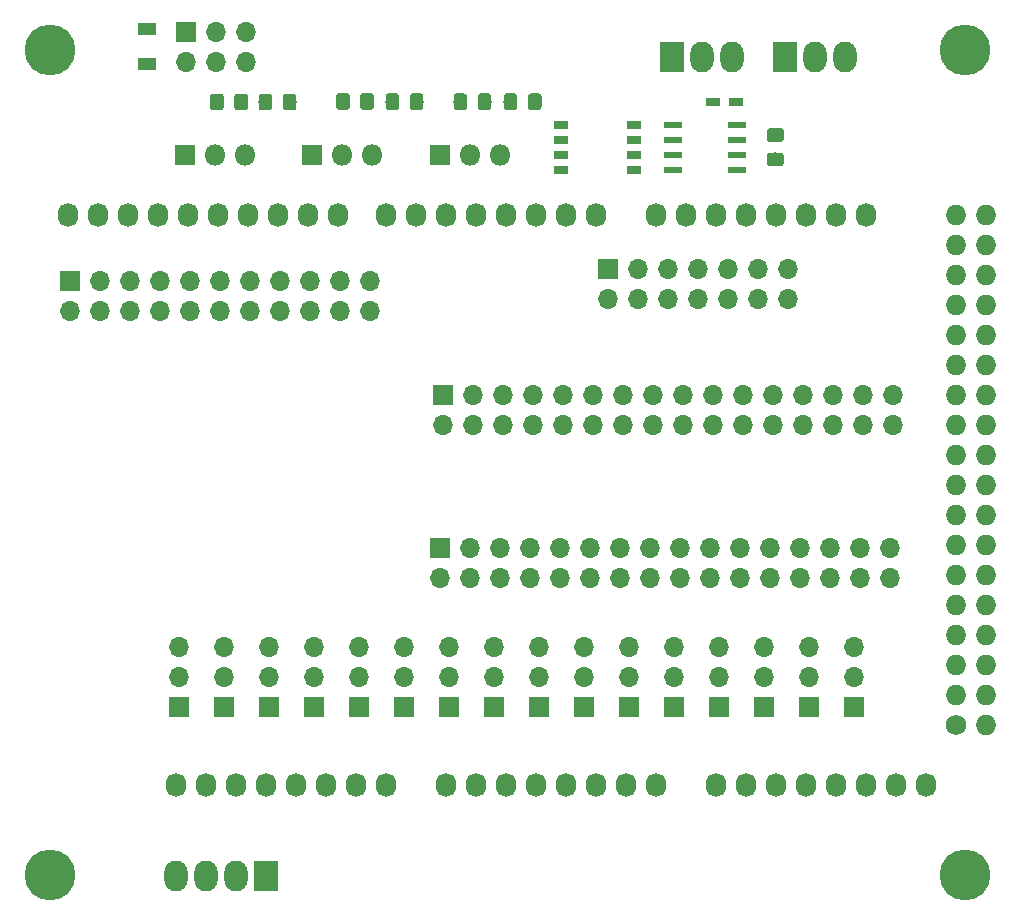
<source format=gts>
G04 #@! TF.GenerationSoftware,KiCad,Pcbnew,(5.0.0)*
G04 #@! TF.CreationDate,2018-10-06T14:26:38-07:00*
G04 #@! TF.ProjectId,MEGA IO,4D45474120494F2E6B696361645F7063,-*
G04 #@! TF.SameCoordinates,Original*
G04 #@! TF.FileFunction,Soldermask,Top*
G04 #@! TF.FilePolarity,Negative*
%FSLAX46Y46*%
G04 Gerber Fmt 4.6, Leading zero omitted, Abs format (unit mm)*
G04 Created by KiCad (PCBNEW (5.0.0)) date 10/06/18 14:26:38*
%MOMM*%
%LPD*%
G01*
G04 APERTURE LIST*
%ADD10R,2.000000X2.600000*%
%ADD11O,2.000000X2.600000*%
%ADD12R,1.200000X0.750000*%
%ADD13R,1.600000X1.000000*%
%ADD14R,1.700000X1.700000*%
%ADD15O,1.700000X1.700000*%
%ADD16C,4.300000*%
%ADD17R,1.550000X0.600000*%
%ADD18R,1.800000X1.800000*%
%ADD19O,1.800000X1.800000*%
%ADD20C,1.727200*%
%ADD21O,1.727200X1.727200*%
%ADD22O,1.727200X2.032000*%
%ADD23R,1.250000X0.760000*%
%ADD24C,0.100000*%
%ADD25C,1.150000*%
G04 APERTURE END LIST*
D10*
G04 #@! TO.C,J1*
X136398000Y-126873000D03*
D11*
X133858000Y-126873000D03*
X131318000Y-126873000D03*
X128778000Y-126873000D03*
G04 #@! TD*
D12*
G04 #@! TO.C,C1*
X176200000Y-61306000D03*
X174300000Y-61306000D03*
G04 #@! TD*
D13*
G04 #@! TO.C,D2*
X126365000Y-55118000D03*
X126365000Y-58118000D03*
G04 #@! TD*
D14*
G04 #@! TO.C,J23*
X129667000Y-55372000D03*
D15*
X129667000Y-57912000D03*
X132207000Y-55372000D03*
X132207000Y-57912000D03*
X134747000Y-55372000D03*
X134747000Y-57912000D03*
G04 #@! TD*
D16*
G04 #@! TO.C,MK1*
X118110000Y-126746000D03*
G04 #@! TD*
D17*
G04 #@! TO.C,U1*
X170900000Y-63306000D03*
X170900000Y-64576000D03*
X170900000Y-65846000D03*
X170900000Y-67116000D03*
X176300000Y-67116000D03*
X176300000Y-65846000D03*
X176300000Y-64576000D03*
X176300000Y-63306000D03*
G04 #@! TD*
D18*
G04 #@! TO.C,Q2*
X140335000Y-65786000D03*
D19*
X142875000Y-65786000D03*
X145415000Y-65786000D03*
G04 #@! TD*
D20*
G04 #@! TO.C,P1*
X194818000Y-114046000D03*
D21*
X197358000Y-114046000D03*
X194818000Y-111506000D03*
X197358000Y-111506000D03*
X194818000Y-108966000D03*
X197358000Y-108966000D03*
X194818000Y-106426000D03*
X197358000Y-106426000D03*
X194818000Y-103886000D03*
X197358000Y-103886000D03*
X194818000Y-101346000D03*
X197358000Y-101346000D03*
X194818000Y-98806000D03*
X197358000Y-98806000D03*
X194818000Y-96266000D03*
X197358000Y-96266000D03*
X194818000Y-93726000D03*
X197358000Y-93726000D03*
X194818000Y-91186000D03*
X197358000Y-91186000D03*
X194818000Y-88646000D03*
X197358000Y-88646000D03*
X194818000Y-86106000D03*
X197358000Y-86106000D03*
X194818000Y-83566000D03*
X197358000Y-83566000D03*
X194818000Y-81026000D03*
X197358000Y-81026000D03*
X194818000Y-78486000D03*
X197358000Y-78486000D03*
X194818000Y-75946000D03*
X197358000Y-75946000D03*
X194818000Y-73406000D03*
X197358000Y-73406000D03*
X194818000Y-70866000D03*
X197358000Y-70866000D03*
G04 #@! TD*
D22*
G04 #@! TO.C,P2*
X128778000Y-119126000D03*
X131318000Y-119126000D03*
X133858000Y-119126000D03*
X136398000Y-119126000D03*
X138938000Y-119126000D03*
X141478000Y-119126000D03*
X144018000Y-119126000D03*
X146558000Y-119126000D03*
G04 #@! TD*
G04 #@! TO.C,P3*
X151638000Y-119126000D03*
X154178000Y-119126000D03*
X156718000Y-119126000D03*
X159258000Y-119126000D03*
X161798000Y-119126000D03*
X164338000Y-119126000D03*
X166878000Y-119126000D03*
X169418000Y-119126000D03*
G04 #@! TD*
G04 #@! TO.C,P4*
X174498000Y-119126000D03*
X177038000Y-119126000D03*
X179578000Y-119126000D03*
X182118000Y-119126000D03*
X184658000Y-119126000D03*
X187198000Y-119126000D03*
X189738000Y-119126000D03*
X192278000Y-119126000D03*
G04 #@! TD*
G04 #@! TO.C,P5*
X119634000Y-70866000D03*
X122174000Y-70866000D03*
X124714000Y-70866000D03*
X127254000Y-70866000D03*
X129794000Y-70866000D03*
X132334000Y-70866000D03*
X134874000Y-70866000D03*
X137414000Y-70866000D03*
X139954000Y-70866000D03*
X142494000Y-70866000D03*
G04 #@! TD*
G04 #@! TO.C,P6*
X146558000Y-70866000D03*
X149098000Y-70866000D03*
X151638000Y-70866000D03*
X154178000Y-70866000D03*
X156718000Y-70866000D03*
X159258000Y-70866000D03*
X161798000Y-70866000D03*
X164338000Y-70866000D03*
G04 #@! TD*
G04 #@! TO.C,P7*
X169418000Y-70866000D03*
X171958000Y-70866000D03*
X174498000Y-70866000D03*
X177038000Y-70866000D03*
X179578000Y-70866000D03*
X182118000Y-70866000D03*
X184658000Y-70866000D03*
X187198000Y-70866000D03*
G04 #@! TD*
D10*
G04 #@! TO.C,J2*
X170815000Y-57531000D03*
D11*
X173355000Y-57531000D03*
X175895000Y-57531000D03*
G04 #@! TD*
D10*
G04 #@! TO.C,J3*
X180340000Y-57531000D03*
D11*
X182880000Y-57531000D03*
X185420000Y-57531000D03*
G04 #@! TD*
D16*
G04 #@! TO.C,MK2*
X195580000Y-126746000D03*
G04 #@! TD*
G04 #@! TO.C,MK3*
X118110000Y-56896000D03*
G04 #@! TD*
G04 #@! TO.C,MK4*
X195580000Y-56896000D03*
G04 #@! TD*
D18*
G04 #@! TO.C,Q1*
X129540000Y-65786000D03*
D19*
X132080000Y-65786000D03*
X134620000Y-65786000D03*
G04 #@! TD*
D18*
G04 #@! TO.C,Q3*
X151130000Y-65786000D03*
D19*
X153670000Y-65786000D03*
X156210000Y-65786000D03*
G04 #@! TD*
D23*
G04 #@! TO.C,SW1*
X167540000Y-67056000D03*
X161390000Y-63246000D03*
X167540000Y-65786000D03*
X161390000Y-64516000D03*
X167540000Y-64516000D03*
X161390000Y-65786000D03*
X167540000Y-63246000D03*
X161390000Y-67056000D03*
G04 #@! TD*
D14*
G04 #@! TO.C,J4*
X119840000Y-76470000D03*
D15*
X119840000Y-79010000D03*
X122380000Y-76470000D03*
X122380000Y-79010000D03*
X124920000Y-76470000D03*
X124920000Y-79010000D03*
X127460000Y-76470000D03*
X127460000Y-79010000D03*
X130000000Y-76470000D03*
X130000000Y-79010000D03*
X132540000Y-76470000D03*
X132540000Y-79010000D03*
X135080000Y-76470000D03*
X135080000Y-79010000D03*
X137620000Y-76470000D03*
X137620000Y-79010000D03*
X140160000Y-76470000D03*
X140160000Y-79010000D03*
X142700000Y-76470000D03*
X142700000Y-79010000D03*
X145240000Y-76470000D03*
X145240000Y-79010000D03*
G04 #@! TD*
D14*
G04 #@! TO.C,J5*
X151384000Y-86106000D03*
D15*
X151384000Y-88646000D03*
X153924000Y-86106000D03*
X153924000Y-88646000D03*
X156464000Y-86106000D03*
X156464000Y-88646000D03*
X159004000Y-86106000D03*
X159004000Y-88646000D03*
X161544000Y-86106000D03*
X161544000Y-88646000D03*
X164084000Y-86106000D03*
X164084000Y-88646000D03*
X166624000Y-86106000D03*
X166624000Y-88646000D03*
X169164000Y-86106000D03*
X169164000Y-88646000D03*
X171704000Y-86106000D03*
X171704000Y-88646000D03*
X174244000Y-86106000D03*
X174244000Y-88646000D03*
X176784000Y-86106000D03*
X176784000Y-88646000D03*
X179324000Y-86106000D03*
X179324000Y-88646000D03*
X181864000Y-86106000D03*
X181864000Y-88646000D03*
X184404000Y-86106000D03*
X184404000Y-88646000D03*
X186944000Y-86106000D03*
X186944000Y-88646000D03*
X189484000Y-86106000D03*
X189484000Y-88646000D03*
G04 #@! TD*
D14*
G04 #@! TO.C,J6*
X151130000Y-99060000D03*
D15*
X151130000Y-101600000D03*
X153670000Y-99060000D03*
X153670000Y-101600000D03*
X156210000Y-99060000D03*
X156210000Y-101600000D03*
X158750000Y-99060000D03*
X158750000Y-101600000D03*
X161290000Y-99060000D03*
X161290000Y-101600000D03*
X163830000Y-99060000D03*
X163830000Y-101600000D03*
X166370000Y-99060000D03*
X166370000Y-101600000D03*
X168910000Y-99060000D03*
X168910000Y-101600000D03*
X171450000Y-99060000D03*
X171450000Y-101600000D03*
X173990000Y-99060000D03*
X173990000Y-101600000D03*
X176530000Y-99060000D03*
X176530000Y-101600000D03*
X179070000Y-99060000D03*
X179070000Y-101600000D03*
X181610000Y-99060000D03*
X181610000Y-101600000D03*
X184150000Y-99060000D03*
X184150000Y-101600000D03*
X186690000Y-99060000D03*
X186690000Y-101600000D03*
X189230000Y-99060000D03*
X189230000Y-101600000D03*
G04 #@! TD*
D14*
G04 #@! TO.C,J7*
X129032000Y-112522000D03*
D15*
X129032000Y-109982000D03*
X129032000Y-107442000D03*
G04 #@! TD*
D14*
G04 #@! TO.C,J8*
X132842000Y-112522000D03*
D15*
X132842000Y-109982000D03*
X132842000Y-107442000D03*
G04 #@! TD*
D14*
G04 #@! TO.C,J9*
X136652000Y-112522000D03*
D15*
X136652000Y-109982000D03*
X136652000Y-107442000D03*
G04 #@! TD*
D14*
G04 #@! TO.C,J10*
X140462000Y-112522000D03*
D15*
X140462000Y-109982000D03*
X140462000Y-107442000D03*
G04 #@! TD*
D14*
G04 #@! TO.C,J11*
X144272000Y-112522000D03*
D15*
X144272000Y-109982000D03*
X144272000Y-107442000D03*
G04 #@! TD*
D14*
G04 #@! TO.C,J12*
X148082000Y-112522000D03*
D15*
X148082000Y-109982000D03*
X148082000Y-107442000D03*
G04 #@! TD*
D14*
G04 #@! TO.C,J13*
X151892000Y-112522000D03*
D15*
X151892000Y-109982000D03*
X151892000Y-107442000D03*
G04 #@! TD*
D14*
G04 #@! TO.C,J14*
X155702000Y-112522000D03*
D15*
X155702000Y-109982000D03*
X155702000Y-107442000D03*
G04 #@! TD*
D14*
G04 #@! TO.C,J15*
X159512000Y-112522000D03*
D15*
X159512000Y-109982000D03*
X159512000Y-107442000D03*
G04 #@! TD*
D14*
G04 #@! TO.C,J16*
X163322000Y-112522000D03*
D15*
X163322000Y-109982000D03*
X163322000Y-107442000D03*
G04 #@! TD*
D14*
G04 #@! TO.C,J17*
X167132000Y-112522000D03*
D15*
X167132000Y-109982000D03*
X167132000Y-107442000D03*
G04 #@! TD*
D14*
G04 #@! TO.C,J18*
X170942000Y-112522000D03*
D15*
X170942000Y-109982000D03*
X170942000Y-107442000D03*
G04 #@! TD*
D14*
G04 #@! TO.C,J19*
X174752000Y-112522000D03*
D15*
X174752000Y-109982000D03*
X174752000Y-107442000D03*
G04 #@! TD*
D14*
G04 #@! TO.C,J20*
X178562000Y-112522000D03*
D15*
X178562000Y-109982000D03*
X178562000Y-107442000D03*
G04 #@! TD*
D14*
G04 #@! TO.C,J21*
X182372000Y-112522000D03*
D15*
X182372000Y-109982000D03*
X182372000Y-107442000D03*
G04 #@! TD*
D14*
G04 #@! TO.C,J22*
X186182000Y-112522000D03*
D15*
X186182000Y-109982000D03*
X186182000Y-107442000D03*
G04 #@! TD*
D14*
G04 #@! TO.C,J24*
X165354000Y-75438000D03*
D15*
X165354000Y-77978000D03*
X167894000Y-75438000D03*
X167894000Y-77978000D03*
X170434000Y-75438000D03*
X170434000Y-77978000D03*
X172974000Y-75438000D03*
X172974000Y-77978000D03*
X175514000Y-75438000D03*
X175514000Y-77978000D03*
X178054000Y-75438000D03*
X178054000Y-77978000D03*
X180594000Y-75438000D03*
X180594000Y-77978000D03*
G04 #@! TD*
D24*
G04 #@! TO.C,R1*
G36*
X180024505Y-63557204D02*
X180048773Y-63560804D01*
X180072572Y-63566765D01*
X180095671Y-63575030D01*
X180117850Y-63585520D01*
X180138893Y-63598132D01*
X180158599Y-63612747D01*
X180176777Y-63629223D01*
X180193253Y-63647401D01*
X180207868Y-63667107D01*
X180220480Y-63688150D01*
X180230970Y-63710329D01*
X180239235Y-63733428D01*
X180245196Y-63757227D01*
X180248796Y-63781495D01*
X180250000Y-63805999D01*
X180250000Y-64456001D01*
X180248796Y-64480505D01*
X180245196Y-64504773D01*
X180239235Y-64528572D01*
X180230970Y-64551671D01*
X180220480Y-64573850D01*
X180207868Y-64594893D01*
X180193253Y-64614599D01*
X180176777Y-64632777D01*
X180158599Y-64649253D01*
X180138893Y-64663868D01*
X180117850Y-64676480D01*
X180095671Y-64686970D01*
X180072572Y-64695235D01*
X180048773Y-64701196D01*
X180024505Y-64704796D01*
X180000001Y-64706000D01*
X179099999Y-64706000D01*
X179075495Y-64704796D01*
X179051227Y-64701196D01*
X179027428Y-64695235D01*
X179004329Y-64686970D01*
X178982150Y-64676480D01*
X178961107Y-64663868D01*
X178941401Y-64649253D01*
X178923223Y-64632777D01*
X178906747Y-64614599D01*
X178892132Y-64594893D01*
X178879520Y-64573850D01*
X178869030Y-64551671D01*
X178860765Y-64528572D01*
X178854804Y-64504773D01*
X178851204Y-64480505D01*
X178850000Y-64456001D01*
X178850000Y-63805999D01*
X178851204Y-63781495D01*
X178854804Y-63757227D01*
X178860765Y-63733428D01*
X178869030Y-63710329D01*
X178879520Y-63688150D01*
X178892132Y-63667107D01*
X178906747Y-63647401D01*
X178923223Y-63629223D01*
X178941401Y-63612747D01*
X178961107Y-63598132D01*
X178982150Y-63585520D01*
X179004329Y-63575030D01*
X179027428Y-63566765D01*
X179051227Y-63560804D01*
X179075495Y-63557204D01*
X179099999Y-63556000D01*
X180000001Y-63556000D01*
X180024505Y-63557204D01*
X180024505Y-63557204D01*
G37*
D25*
X179550000Y-64131000D03*
D24*
G36*
X180024505Y-65607204D02*
X180048773Y-65610804D01*
X180072572Y-65616765D01*
X180095671Y-65625030D01*
X180117850Y-65635520D01*
X180138893Y-65648132D01*
X180158599Y-65662747D01*
X180176777Y-65679223D01*
X180193253Y-65697401D01*
X180207868Y-65717107D01*
X180220480Y-65738150D01*
X180230970Y-65760329D01*
X180239235Y-65783428D01*
X180245196Y-65807227D01*
X180248796Y-65831495D01*
X180250000Y-65855999D01*
X180250000Y-66506001D01*
X180248796Y-66530505D01*
X180245196Y-66554773D01*
X180239235Y-66578572D01*
X180230970Y-66601671D01*
X180220480Y-66623850D01*
X180207868Y-66644893D01*
X180193253Y-66664599D01*
X180176777Y-66682777D01*
X180158599Y-66699253D01*
X180138893Y-66713868D01*
X180117850Y-66726480D01*
X180095671Y-66736970D01*
X180072572Y-66745235D01*
X180048773Y-66751196D01*
X180024505Y-66754796D01*
X180000001Y-66756000D01*
X179099999Y-66756000D01*
X179075495Y-66754796D01*
X179051227Y-66751196D01*
X179027428Y-66745235D01*
X179004329Y-66736970D01*
X178982150Y-66726480D01*
X178961107Y-66713868D01*
X178941401Y-66699253D01*
X178923223Y-66682777D01*
X178906747Y-66664599D01*
X178892132Y-66644893D01*
X178879520Y-66623850D01*
X178869030Y-66601671D01*
X178860765Y-66578572D01*
X178854804Y-66554773D01*
X178851204Y-66530505D01*
X178850000Y-66506001D01*
X178850000Y-65855999D01*
X178851204Y-65831495D01*
X178854804Y-65807227D01*
X178860765Y-65783428D01*
X178869030Y-65760329D01*
X178879520Y-65738150D01*
X178892132Y-65717107D01*
X178906747Y-65697401D01*
X178923223Y-65679223D01*
X178941401Y-65662747D01*
X178961107Y-65648132D01*
X178982150Y-65635520D01*
X179004329Y-65625030D01*
X179027428Y-65616765D01*
X179051227Y-65610804D01*
X179075495Y-65607204D01*
X179099999Y-65606000D01*
X180000001Y-65606000D01*
X180024505Y-65607204D01*
X180024505Y-65607204D01*
G37*
D25*
X179550000Y-66181000D03*
G04 #@! TD*
D24*
G04 #@! TO.C,R2*
G36*
X132615650Y-60634521D02*
X132639918Y-60638121D01*
X132663717Y-60644082D01*
X132686816Y-60652347D01*
X132708995Y-60662837D01*
X132730038Y-60675449D01*
X132749744Y-60690064D01*
X132767922Y-60706540D01*
X132784398Y-60724718D01*
X132799013Y-60744424D01*
X132811625Y-60765467D01*
X132822115Y-60787646D01*
X132830380Y-60810745D01*
X132836341Y-60834544D01*
X132839941Y-60858812D01*
X132841145Y-60883316D01*
X132841145Y-61783318D01*
X132839941Y-61807822D01*
X132836341Y-61832090D01*
X132830380Y-61855889D01*
X132822115Y-61878988D01*
X132811625Y-61901167D01*
X132799013Y-61922210D01*
X132784398Y-61941916D01*
X132767922Y-61960094D01*
X132749744Y-61976570D01*
X132730038Y-61991185D01*
X132708995Y-62003797D01*
X132686816Y-62014287D01*
X132663717Y-62022552D01*
X132639918Y-62028513D01*
X132615650Y-62032113D01*
X132591146Y-62033317D01*
X131941144Y-62033317D01*
X131916640Y-62032113D01*
X131892372Y-62028513D01*
X131868573Y-62022552D01*
X131845474Y-62014287D01*
X131823295Y-62003797D01*
X131802252Y-61991185D01*
X131782546Y-61976570D01*
X131764368Y-61960094D01*
X131747892Y-61941916D01*
X131733277Y-61922210D01*
X131720665Y-61901167D01*
X131710175Y-61878988D01*
X131701910Y-61855889D01*
X131695949Y-61832090D01*
X131692349Y-61807822D01*
X131691145Y-61783318D01*
X131691145Y-60883316D01*
X131692349Y-60858812D01*
X131695949Y-60834544D01*
X131701910Y-60810745D01*
X131710175Y-60787646D01*
X131720665Y-60765467D01*
X131733277Y-60744424D01*
X131747892Y-60724718D01*
X131764368Y-60706540D01*
X131782546Y-60690064D01*
X131802252Y-60675449D01*
X131823295Y-60662837D01*
X131845474Y-60652347D01*
X131868573Y-60644082D01*
X131892372Y-60638121D01*
X131916640Y-60634521D01*
X131941144Y-60633317D01*
X132591146Y-60633317D01*
X132615650Y-60634521D01*
X132615650Y-60634521D01*
G37*
D25*
X132266145Y-61333317D03*
D24*
G36*
X134665650Y-60634521D02*
X134689918Y-60638121D01*
X134713717Y-60644082D01*
X134736816Y-60652347D01*
X134758995Y-60662837D01*
X134780038Y-60675449D01*
X134799744Y-60690064D01*
X134817922Y-60706540D01*
X134834398Y-60724718D01*
X134849013Y-60744424D01*
X134861625Y-60765467D01*
X134872115Y-60787646D01*
X134880380Y-60810745D01*
X134886341Y-60834544D01*
X134889941Y-60858812D01*
X134891145Y-60883316D01*
X134891145Y-61783318D01*
X134889941Y-61807822D01*
X134886341Y-61832090D01*
X134880380Y-61855889D01*
X134872115Y-61878988D01*
X134861625Y-61901167D01*
X134849013Y-61922210D01*
X134834398Y-61941916D01*
X134817922Y-61960094D01*
X134799744Y-61976570D01*
X134780038Y-61991185D01*
X134758995Y-62003797D01*
X134736816Y-62014287D01*
X134713717Y-62022552D01*
X134689918Y-62028513D01*
X134665650Y-62032113D01*
X134641146Y-62033317D01*
X133991144Y-62033317D01*
X133966640Y-62032113D01*
X133942372Y-62028513D01*
X133918573Y-62022552D01*
X133895474Y-62014287D01*
X133873295Y-62003797D01*
X133852252Y-61991185D01*
X133832546Y-61976570D01*
X133814368Y-61960094D01*
X133797892Y-61941916D01*
X133783277Y-61922210D01*
X133770665Y-61901167D01*
X133760175Y-61878988D01*
X133751910Y-61855889D01*
X133745949Y-61832090D01*
X133742349Y-61807822D01*
X133741145Y-61783318D01*
X133741145Y-60883316D01*
X133742349Y-60858812D01*
X133745949Y-60834544D01*
X133751910Y-60810745D01*
X133760175Y-60787646D01*
X133770665Y-60765467D01*
X133783277Y-60744424D01*
X133797892Y-60724718D01*
X133814368Y-60706540D01*
X133832546Y-60690064D01*
X133852252Y-60675449D01*
X133873295Y-60662837D01*
X133895474Y-60652347D01*
X133918573Y-60644082D01*
X133942372Y-60638121D01*
X133966640Y-60634521D01*
X133991144Y-60633317D01*
X134641146Y-60633317D01*
X134665650Y-60634521D01*
X134665650Y-60634521D01*
G37*
D25*
X134316145Y-61333317D03*
G04 #@! TD*
D24*
G04 #@! TO.C,R3*
G36*
X138774505Y-60634521D02*
X138798773Y-60638121D01*
X138822572Y-60644082D01*
X138845671Y-60652347D01*
X138867850Y-60662837D01*
X138888893Y-60675449D01*
X138908599Y-60690064D01*
X138926777Y-60706540D01*
X138943253Y-60724718D01*
X138957868Y-60744424D01*
X138970480Y-60765467D01*
X138980970Y-60787646D01*
X138989235Y-60810745D01*
X138995196Y-60834544D01*
X138998796Y-60858812D01*
X139000000Y-60883316D01*
X139000000Y-61783318D01*
X138998796Y-61807822D01*
X138995196Y-61832090D01*
X138989235Y-61855889D01*
X138980970Y-61878988D01*
X138970480Y-61901167D01*
X138957868Y-61922210D01*
X138943253Y-61941916D01*
X138926777Y-61960094D01*
X138908599Y-61976570D01*
X138888893Y-61991185D01*
X138867850Y-62003797D01*
X138845671Y-62014287D01*
X138822572Y-62022552D01*
X138798773Y-62028513D01*
X138774505Y-62032113D01*
X138750001Y-62033317D01*
X138099999Y-62033317D01*
X138075495Y-62032113D01*
X138051227Y-62028513D01*
X138027428Y-62022552D01*
X138004329Y-62014287D01*
X137982150Y-62003797D01*
X137961107Y-61991185D01*
X137941401Y-61976570D01*
X137923223Y-61960094D01*
X137906747Y-61941916D01*
X137892132Y-61922210D01*
X137879520Y-61901167D01*
X137869030Y-61878988D01*
X137860765Y-61855889D01*
X137854804Y-61832090D01*
X137851204Y-61807822D01*
X137850000Y-61783318D01*
X137850000Y-60883316D01*
X137851204Y-60858812D01*
X137854804Y-60834544D01*
X137860765Y-60810745D01*
X137869030Y-60787646D01*
X137879520Y-60765467D01*
X137892132Y-60744424D01*
X137906747Y-60724718D01*
X137923223Y-60706540D01*
X137941401Y-60690064D01*
X137961107Y-60675449D01*
X137982150Y-60662837D01*
X138004329Y-60652347D01*
X138027428Y-60644082D01*
X138051227Y-60638121D01*
X138075495Y-60634521D01*
X138099999Y-60633317D01*
X138750001Y-60633317D01*
X138774505Y-60634521D01*
X138774505Y-60634521D01*
G37*
D25*
X138425000Y-61333317D03*
D24*
G36*
X136724505Y-60634521D02*
X136748773Y-60638121D01*
X136772572Y-60644082D01*
X136795671Y-60652347D01*
X136817850Y-60662837D01*
X136838893Y-60675449D01*
X136858599Y-60690064D01*
X136876777Y-60706540D01*
X136893253Y-60724718D01*
X136907868Y-60744424D01*
X136920480Y-60765467D01*
X136930970Y-60787646D01*
X136939235Y-60810745D01*
X136945196Y-60834544D01*
X136948796Y-60858812D01*
X136950000Y-60883316D01*
X136950000Y-61783318D01*
X136948796Y-61807822D01*
X136945196Y-61832090D01*
X136939235Y-61855889D01*
X136930970Y-61878988D01*
X136920480Y-61901167D01*
X136907868Y-61922210D01*
X136893253Y-61941916D01*
X136876777Y-61960094D01*
X136858599Y-61976570D01*
X136838893Y-61991185D01*
X136817850Y-62003797D01*
X136795671Y-62014287D01*
X136772572Y-62022552D01*
X136748773Y-62028513D01*
X136724505Y-62032113D01*
X136700001Y-62033317D01*
X136049999Y-62033317D01*
X136025495Y-62032113D01*
X136001227Y-62028513D01*
X135977428Y-62022552D01*
X135954329Y-62014287D01*
X135932150Y-62003797D01*
X135911107Y-61991185D01*
X135891401Y-61976570D01*
X135873223Y-61960094D01*
X135856747Y-61941916D01*
X135842132Y-61922210D01*
X135829520Y-61901167D01*
X135819030Y-61878988D01*
X135810765Y-61855889D01*
X135804804Y-61832090D01*
X135801204Y-61807822D01*
X135800000Y-61783318D01*
X135800000Y-60883316D01*
X135801204Y-60858812D01*
X135804804Y-60834544D01*
X135810765Y-60810745D01*
X135819030Y-60787646D01*
X135829520Y-60765467D01*
X135842132Y-60744424D01*
X135856747Y-60724718D01*
X135873223Y-60706540D01*
X135891401Y-60690064D01*
X135911107Y-60675449D01*
X135932150Y-60662837D01*
X135954329Y-60652347D01*
X135977428Y-60644082D01*
X136001227Y-60638121D01*
X136025495Y-60634521D01*
X136049999Y-60633317D01*
X136700001Y-60633317D01*
X136724505Y-60634521D01*
X136724505Y-60634521D01*
G37*
D25*
X136375000Y-61333317D03*
G04 #@! TD*
D24*
G04 #@! TO.C,R4*
G36*
X145332910Y-60588361D02*
X145357178Y-60591961D01*
X145380977Y-60597922D01*
X145404076Y-60606187D01*
X145426255Y-60616677D01*
X145447298Y-60629289D01*
X145467004Y-60643904D01*
X145485182Y-60660380D01*
X145501658Y-60678558D01*
X145516273Y-60698264D01*
X145528885Y-60719307D01*
X145539375Y-60741486D01*
X145547640Y-60764585D01*
X145553601Y-60788384D01*
X145557201Y-60812652D01*
X145558405Y-60837156D01*
X145558405Y-61737158D01*
X145557201Y-61761662D01*
X145553601Y-61785930D01*
X145547640Y-61809729D01*
X145539375Y-61832828D01*
X145528885Y-61855007D01*
X145516273Y-61876050D01*
X145501658Y-61895756D01*
X145485182Y-61913934D01*
X145467004Y-61930410D01*
X145447298Y-61945025D01*
X145426255Y-61957637D01*
X145404076Y-61968127D01*
X145380977Y-61976392D01*
X145357178Y-61982353D01*
X145332910Y-61985953D01*
X145308406Y-61987157D01*
X144658404Y-61987157D01*
X144633900Y-61985953D01*
X144609632Y-61982353D01*
X144585833Y-61976392D01*
X144562734Y-61968127D01*
X144540555Y-61957637D01*
X144519512Y-61945025D01*
X144499806Y-61930410D01*
X144481628Y-61913934D01*
X144465152Y-61895756D01*
X144450537Y-61876050D01*
X144437925Y-61855007D01*
X144427435Y-61832828D01*
X144419170Y-61809729D01*
X144413209Y-61785930D01*
X144409609Y-61761662D01*
X144408405Y-61737158D01*
X144408405Y-60837156D01*
X144409609Y-60812652D01*
X144413209Y-60788384D01*
X144419170Y-60764585D01*
X144427435Y-60741486D01*
X144437925Y-60719307D01*
X144450537Y-60698264D01*
X144465152Y-60678558D01*
X144481628Y-60660380D01*
X144499806Y-60643904D01*
X144519512Y-60629289D01*
X144540555Y-60616677D01*
X144562734Y-60606187D01*
X144585833Y-60597922D01*
X144609632Y-60591961D01*
X144633900Y-60588361D01*
X144658404Y-60587157D01*
X145308406Y-60587157D01*
X145332910Y-60588361D01*
X145332910Y-60588361D01*
G37*
D25*
X144983405Y-61287157D03*
D24*
G36*
X143282910Y-60588361D02*
X143307178Y-60591961D01*
X143330977Y-60597922D01*
X143354076Y-60606187D01*
X143376255Y-60616677D01*
X143397298Y-60629289D01*
X143417004Y-60643904D01*
X143435182Y-60660380D01*
X143451658Y-60678558D01*
X143466273Y-60698264D01*
X143478885Y-60719307D01*
X143489375Y-60741486D01*
X143497640Y-60764585D01*
X143503601Y-60788384D01*
X143507201Y-60812652D01*
X143508405Y-60837156D01*
X143508405Y-61737158D01*
X143507201Y-61761662D01*
X143503601Y-61785930D01*
X143497640Y-61809729D01*
X143489375Y-61832828D01*
X143478885Y-61855007D01*
X143466273Y-61876050D01*
X143451658Y-61895756D01*
X143435182Y-61913934D01*
X143417004Y-61930410D01*
X143397298Y-61945025D01*
X143376255Y-61957637D01*
X143354076Y-61968127D01*
X143330977Y-61976392D01*
X143307178Y-61982353D01*
X143282910Y-61985953D01*
X143258406Y-61987157D01*
X142608404Y-61987157D01*
X142583900Y-61985953D01*
X142559632Y-61982353D01*
X142535833Y-61976392D01*
X142512734Y-61968127D01*
X142490555Y-61957637D01*
X142469512Y-61945025D01*
X142449806Y-61930410D01*
X142431628Y-61913934D01*
X142415152Y-61895756D01*
X142400537Y-61876050D01*
X142387925Y-61855007D01*
X142377435Y-61832828D01*
X142369170Y-61809729D01*
X142363209Y-61785930D01*
X142359609Y-61761662D01*
X142358405Y-61737158D01*
X142358405Y-60837156D01*
X142359609Y-60812652D01*
X142363209Y-60788384D01*
X142369170Y-60764585D01*
X142377435Y-60741486D01*
X142387925Y-60719307D01*
X142400537Y-60698264D01*
X142415152Y-60678558D01*
X142431628Y-60660380D01*
X142449806Y-60643904D01*
X142469512Y-60629289D01*
X142490555Y-60616677D01*
X142512734Y-60606187D01*
X142535833Y-60597922D01*
X142559632Y-60591961D01*
X142583900Y-60588361D01*
X142608404Y-60587157D01*
X143258406Y-60587157D01*
X143282910Y-60588361D01*
X143282910Y-60588361D01*
G37*
D25*
X142933405Y-61287157D03*
G04 #@! TD*
D24*
G04 #@! TO.C,R5*
G36*
X147474505Y-60607204D02*
X147498773Y-60610804D01*
X147522572Y-60616765D01*
X147545671Y-60625030D01*
X147567850Y-60635520D01*
X147588893Y-60648132D01*
X147608599Y-60662747D01*
X147626777Y-60679223D01*
X147643253Y-60697401D01*
X147657868Y-60717107D01*
X147670480Y-60738150D01*
X147680970Y-60760329D01*
X147689235Y-60783428D01*
X147695196Y-60807227D01*
X147698796Y-60831495D01*
X147700000Y-60855999D01*
X147700000Y-61756001D01*
X147698796Y-61780505D01*
X147695196Y-61804773D01*
X147689235Y-61828572D01*
X147680970Y-61851671D01*
X147670480Y-61873850D01*
X147657868Y-61894893D01*
X147643253Y-61914599D01*
X147626777Y-61932777D01*
X147608599Y-61949253D01*
X147588893Y-61963868D01*
X147567850Y-61976480D01*
X147545671Y-61986970D01*
X147522572Y-61995235D01*
X147498773Y-62001196D01*
X147474505Y-62004796D01*
X147450001Y-62006000D01*
X146799999Y-62006000D01*
X146775495Y-62004796D01*
X146751227Y-62001196D01*
X146727428Y-61995235D01*
X146704329Y-61986970D01*
X146682150Y-61976480D01*
X146661107Y-61963868D01*
X146641401Y-61949253D01*
X146623223Y-61932777D01*
X146606747Y-61914599D01*
X146592132Y-61894893D01*
X146579520Y-61873850D01*
X146569030Y-61851671D01*
X146560765Y-61828572D01*
X146554804Y-61804773D01*
X146551204Y-61780505D01*
X146550000Y-61756001D01*
X146550000Y-60855999D01*
X146551204Y-60831495D01*
X146554804Y-60807227D01*
X146560765Y-60783428D01*
X146569030Y-60760329D01*
X146579520Y-60738150D01*
X146592132Y-60717107D01*
X146606747Y-60697401D01*
X146623223Y-60679223D01*
X146641401Y-60662747D01*
X146661107Y-60648132D01*
X146682150Y-60635520D01*
X146704329Y-60625030D01*
X146727428Y-60616765D01*
X146751227Y-60610804D01*
X146775495Y-60607204D01*
X146799999Y-60606000D01*
X147450001Y-60606000D01*
X147474505Y-60607204D01*
X147474505Y-60607204D01*
G37*
D25*
X147125000Y-61306000D03*
D24*
G36*
X149524505Y-60607204D02*
X149548773Y-60610804D01*
X149572572Y-60616765D01*
X149595671Y-60625030D01*
X149617850Y-60635520D01*
X149638893Y-60648132D01*
X149658599Y-60662747D01*
X149676777Y-60679223D01*
X149693253Y-60697401D01*
X149707868Y-60717107D01*
X149720480Y-60738150D01*
X149730970Y-60760329D01*
X149739235Y-60783428D01*
X149745196Y-60807227D01*
X149748796Y-60831495D01*
X149750000Y-60855999D01*
X149750000Y-61756001D01*
X149748796Y-61780505D01*
X149745196Y-61804773D01*
X149739235Y-61828572D01*
X149730970Y-61851671D01*
X149720480Y-61873850D01*
X149707868Y-61894893D01*
X149693253Y-61914599D01*
X149676777Y-61932777D01*
X149658599Y-61949253D01*
X149638893Y-61963868D01*
X149617850Y-61976480D01*
X149595671Y-61986970D01*
X149572572Y-61995235D01*
X149548773Y-62001196D01*
X149524505Y-62004796D01*
X149500001Y-62006000D01*
X148849999Y-62006000D01*
X148825495Y-62004796D01*
X148801227Y-62001196D01*
X148777428Y-61995235D01*
X148754329Y-61986970D01*
X148732150Y-61976480D01*
X148711107Y-61963868D01*
X148691401Y-61949253D01*
X148673223Y-61932777D01*
X148656747Y-61914599D01*
X148642132Y-61894893D01*
X148629520Y-61873850D01*
X148619030Y-61851671D01*
X148610765Y-61828572D01*
X148604804Y-61804773D01*
X148601204Y-61780505D01*
X148600000Y-61756001D01*
X148600000Y-60855999D01*
X148601204Y-60831495D01*
X148604804Y-60807227D01*
X148610765Y-60783428D01*
X148619030Y-60760329D01*
X148629520Y-60738150D01*
X148642132Y-60717107D01*
X148656747Y-60697401D01*
X148673223Y-60679223D01*
X148691401Y-60662747D01*
X148711107Y-60648132D01*
X148732150Y-60635520D01*
X148754329Y-60625030D01*
X148777428Y-60616765D01*
X148801227Y-60610804D01*
X148825495Y-60607204D01*
X148849999Y-60606000D01*
X149500001Y-60606000D01*
X149524505Y-60607204D01*
X149524505Y-60607204D01*
G37*
D25*
X149175000Y-61306000D03*
G04 #@! TD*
D24*
G04 #@! TO.C,R6*
G36*
X153224505Y-60607204D02*
X153248773Y-60610804D01*
X153272572Y-60616765D01*
X153295671Y-60625030D01*
X153317850Y-60635520D01*
X153338893Y-60648132D01*
X153358599Y-60662747D01*
X153376777Y-60679223D01*
X153393253Y-60697401D01*
X153407868Y-60717107D01*
X153420480Y-60738150D01*
X153430970Y-60760329D01*
X153439235Y-60783428D01*
X153445196Y-60807227D01*
X153448796Y-60831495D01*
X153450000Y-60855999D01*
X153450000Y-61756001D01*
X153448796Y-61780505D01*
X153445196Y-61804773D01*
X153439235Y-61828572D01*
X153430970Y-61851671D01*
X153420480Y-61873850D01*
X153407868Y-61894893D01*
X153393253Y-61914599D01*
X153376777Y-61932777D01*
X153358599Y-61949253D01*
X153338893Y-61963868D01*
X153317850Y-61976480D01*
X153295671Y-61986970D01*
X153272572Y-61995235D01*
X153248773Y-62001196D01*
X153224505Y-62004796D01*
X153200001Y-62006000D01*
X152549999Y-62006000D01*
X152525495Y-62004796D01*
X152501227Y-62001196D01*
X152477428Y-61995235D01*
X152454329Y-61986970D01*
X152432150Y-61976480D01*
X152411107Y-61963868D01*
X152391401Y-61949253D01*
X152373223Y-61932777D01*
X152356747Y-61914599D01*
X152342132Y-61894893D01*
X152329520Y-61873850D01*
X152319030Y-61851671D01*
X152310765Y-61828572D01*
X152304804Y-61804773D01*
X152301204Y-61780505D01*
X152300000Y-61756001D01*
X152300000Y-60855999D01*
X152301204Y-60831495D01*
X152304804Y-60807227D01*
X152310765Y-60783428D01*
X152319030Y-60760329D01*
X152329520Y-60738150D01*
X152342132Y-60717107D01*
X152356747Y-60697401D01*
X152373223Y-60679223D01*
X152391401Y-60662747D01*
X152411107Y-60648132D01*
X152432150Y-60635520D01*
X152454329Y-60625030D01*
X152477428Y-60616765D01*
X152501227Y-60610804D01*
X152525495Y-60607204D01*
X152549999Y-60606000D01*
X153200001Y-60606000D01*
X153224505Y-60607204D01*
X153224505Y-60607204D01*
G37*
D25*
X152875000Y-61306000D03*
D24*
G36*
X155274505Y-60607204D02*
X155298773Y-60610804D01*
X155322572Y-60616765D01*
X155345671Y-60625030D01*
X155367850Y-60635520D01*
X155388893Y-60648132D01*
X155408599Y-60662747D01*
X155426777Y-60679223D01*
X155443253Y-60697401D01*
X155457868Y-60717107D01*
X155470480Y-60738150D01*
X155480970Y-60760329D01*
X155489235Y-60783428D01*
X155495196Y-60807227D01*
X155498796Y-60831495D01*
X155500000Y-60855999D01*
X155500000Y-61756001D01*
X155498796Y-61780505D01*
X155495196Y-61804773D01*
X155489235Y-61828572D01*
X155480970Y-61851671D01*
X155470480Y-61873850D01*
X155457868Y-61894893D01*
X155443253Y-61914599D01*
X155426777Y-61932777D01*
X155408599Y-61949253D01*
X155388893Y-61963868D01*
X155367850Y-61976480D01*
X155345671Y-61986970D01*
X155322572Y-61995235D01*
X155298773Y-62001196D01*
X155274505Y-62004796D01*
X155250001Y-62006000D01*
X154599999Y-62006000D01*
X154575495Y-62004796D01*
X154551227Y-62001196D01*
X154527428Y-61995235D01*
X154504329Y-61986970D01*
X154482150Y-61976480D01*
X154461107Y-61963868D01*
X154441401Y-61949253D01*
X154423223Y-61932777D01*
X154406747Y-61914599D01*
X154392132Y-61894893D01*
X154379520Y-61873850D01*
X154369030Y-61851671D01*
X154360765Y-61828572D01*
X154354804Y-61804773D01*
X154351204Y-61780505D01*
X154350000Y-61756001D01*
X154350000Y-60855999D01*
X154351204Y-60831495D01*
X154354804Y-60807227D01*
X154360765Y-60783428D01*
X154369030Y-60760329D01*
X154379520Y-60738150D01*
X154392132Y-60717107D01*
X154406747Y-60697401D01*
X154423223Y-60679223D01*
X154441401Y-60662747D01*
X154461107Y-60648132D01*
X154482150Y-60635520D01*
X154504329Y-60625030D01*
X154527428Y-60616765D01*
X154551227Y-60610804D01*
X154575495Y-60607204D01*
X154599999Y-60606000D01*
X155250001Y-60606000D01*
X155274505Y-60607204D01*
X155274505Y-60607204D01*
G37*
D25*
X154925000Y-61306000D03*
G04 #@! TD*
D24*
G04 #@! TO.C,R7*
G36*
X159524505Y-60607204D02*
X159548773Y-60610804D01*
X159572572Y-60616765D01*
X159595671Y-60625030D01*
X159617850Y-60635520D01*
X159638893Y-60648132D01*
X159658599Y-60662747D01*
X159676777Y-60679223D01*
X159693253Y-60697401D01*
X159707868Y-60717107D01*
X159720480Y-60738150D01*
X159730970Y-60760329D01*
X159739235Y-60783428D01*
X159745196Y-60807227D01*
X159748796Y-60831495D01*
X159750000Y-60855999D01*
X159750000Y-61756001D01*
X159748796Y-61780505D01*
X159745196Y-61804773D01*
X159739235Y-61828572D01*
X159730970Y-61851671D01*
X159720480Y-61873850D01*
X159707868Y-61894893D01*
X159693253Y-61914599D01*
X159676777Y-61932777D01*
X159658599Y-61949253D01*
X159638893Y-61963868D01*
X159617850Y-61976480D01*
X159595671Y-61986970D01*
X159572572Y-61995235D01*
X159548773Y-62001196D01*
X159524505Y-62004796D01*
X159500001Y-62006000D01*
X158849999Y-62006000D01*
X158825495Y-62004796D01*
X158801227Y-62001196D01*
X158777428Y-61995235D01*
X158754329Y-61986970D01*
X158732150Y-61976480D01*
X158711107Y-61963868D01*
X158691401Y-61949253D01*
X158673223Y-61932777D01*
X158656747Y-61914599D01*
X158642132Y-61894893D01*
X158629520Y-61873850D01*
X158619030Y-61851671D01*
X158610765Y-61828572D01*
X158604804Y-61804773D01*
X158601204Y-61780505D01*
X158600000Y-61756001D01*
X158600000Y-60855999D01*
X158601204Y-60831495D01*
X158604804Y-60807227D01*
X158610765Y-60783428D01*
X158619030Y-60760329D01*
X158629520Y-60738150D01*
X158642132Y-60717107D01*
X158656747Y-60697401D01*
X158673223Y-60679223D01*
X158691401Y-60662747D01*
X158711107Y-60648132D01*
X158732150Y-60635520D01*
X158754329Y-60625030D01*
X158777428Y-60616765D01*
X158801227Y-60610804D01*
X158825495Y-60607204D01*
X158849999Y-60606000D01*
X159500001Y-60606000D01*
X159524505Y-60607204D01*
X159524505Y-60607204D01*
G37*
D25*
X159175000Y-61306000D03*
D24*
G36*
X157474505Y-60607204D02*
X157498773Y-60610804D01*
X157522572Y-60616765D01*
X157545671Y-60625030D01*
X157567850Y-60635520D01*
X157588893Y-60648132D01*
X157608599Y-60662747D01*
X157626777Y-60679223D01*
X157643253Y-60697401D01*
X157657868Y-60717107D01*
X157670480Y-60738150D01*
X157680970Y-60760329D01*
X157689235Y-60783428D01*
X157695196Y-60807227D01*
X157698796Y-60831495D01*
X157700000Y-60855999D01*
X157700000Y-61756001D01*
X157698796Y-61780505D01*
X157695196Y-61804773D01*
X157689235Y-61828572D01*
X157680970Y-61851671D01*
X157670480Y-61873850D01*
X157657868Y-61894893D01*
X157643253Y-61914599D01*
X157626777Y-61932777D01*
X157608599Y-61949253D01*
X157588893Y-61963868D01*
X157567850Y-61976480D01*
X157545671Y-61986970D01*
X157522572Y-61995235D01*
X157498773Y-62001196D01*
X157474505Y-62004796D01*
X157450001Y-62006000D01*
X156799999Y-62006000D01*
X156775495Y-62004796D01*
X156751227Y-62001196D01*
X156727428Y-61995235D01*
X156704329Y-61986970D01*
X156682150Y-61976480D01*
X156661107Y-61963868D01*
X156641401Y-61949253D01*
X156623223Y-61932777D01*
X156606747Y-61914599D01*
X156592132Y-61894893D01*
X156579520Y-61873850D01*
X156569030Y-61851671D01*
X156560765Y-61828572D01*
X156554804Y-61804773D01*
X156551204Y-61780505D01*
X156550000Y-61756001D01*
X156550000Y-60855999D01*
X156551204Y-60831495D01*
X156554804Y-60807227D01*
X156560765Y-60783428D01*
X156569030Y-60760329D01*
X156579520Y-60738150D01*
X156592132Y-60717107D01*
X156606747Y-60697401D01*
X156623223Y-60679223D01*
X156641401Y-60662747D01*
X156661107Y-60648132D01*
X156682150Y-60635520D01*
X156704329Y-60625030D01*
X156727428Y-60616765D01*
X156751227Y-60610804D01*
X156775495Y-60607204D01*
X156799999Y-60606000D01*
X157450001Y-60606000D01*
X157474505Y-60607204D01*
X157474505Y-60607204D01*
G37*
D25*
X157125000Y-61306000D03*
G04 #@! TD*
M02*

</source>
